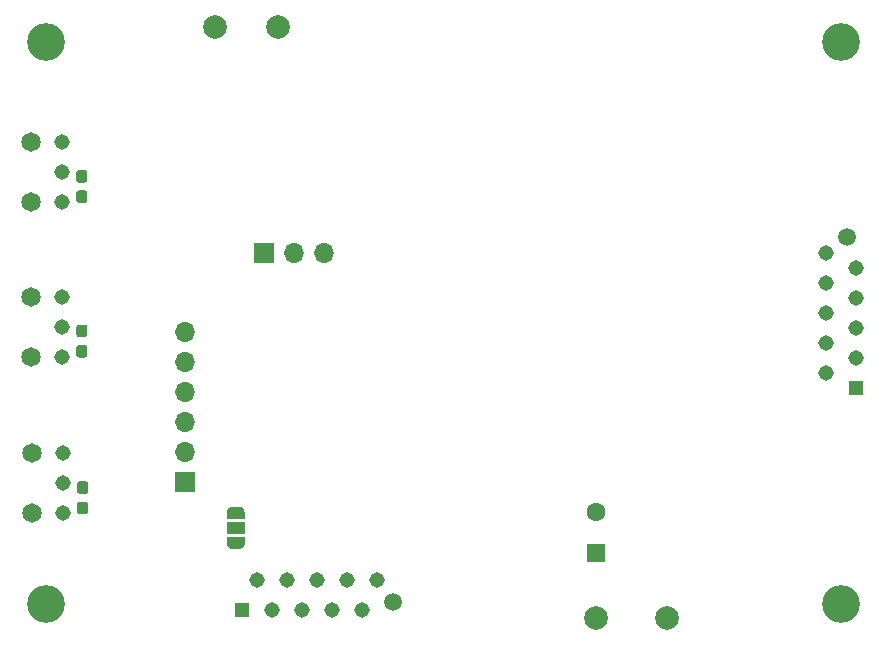
<source format=gbr>
G04 #@! TF.GenerationSoftware,KiCad,Pcbnew,(5.1.10-0-10_14)*
G04 #@! TF.CreationDate,2021-10-25T19:36:00+02:00*
G04 #@! TF.ProjectId,spdif_recv_cs,73706469-665f-4726-9563-765f63732e6b,rev?*
G04 #@! TF.SameCoordinates,Original*
G04 #@! TF.FileFunction,Soldermask,Bot*
G04 #@! TF.FilePolarity,Negative*
%FSLAX46Y46*%
G04 Gerber Fmt 4.6, Leading zero omitted, Abs format (unit mm)*
G04 Created by KiCad (PCBNEW (5.1.10-0-10_14)) date 2021-10-25 19:36:00*
%MOMM*%
%LPD*%
G01*
G04 APERTURE LIST*
%ADD10C,1.308000*%
%ADD11C,1.650000*%
%ADD12C,2.000000*%
%ADD13R,1.308000X1.308000*%
%ADD14C,1.500000*%
%ADD15O,1.700000X1.700000*%
%ADD16R,1.700000X1.700000*%
%ADD17C,0.100000*%
%ADD18R,1.500000X1.000000*%
%ADD19C,1.600000*%
%ADD20R,1.600000X1.600000*%
%ADD21C,3.200000*%
G04 APERTURE END LIST*
D10*
X115088500Y-96393000D03*
X115088500Y-98933000D03*
X115088500Y-101473000D03*
D11*
X112458500Y-101473000D03*
X112458500Y-96393000D03*
D10*
X115025000Y-83185000D03*
X115025000Y-85725000D03*
X115025000Y-88265000D03*
D11*
X112395000Y-88265000D03*
X112395000Y-83185000D03*
D10*
X115025000Y-70104000D03*
X115025000Y-72644000D03*
X115025000Y-75184000D03*
D11*
X112395000Y-75184000D03*
X112395000Y-70104000D03*
G36*
G01*
X116539000Y-100528000D02*
X117014000Y-100528000D01*
G75*
G02*
X117251500Y-100765500I0J-237500D01*
G01*
X117251500Y-101365500D01*
G75*
G02*
X117014000Y-101603000I-237500J0D01*
G01*
X116539000Y-101603000D01*
G75*
G02*
X116301500Y-101365500I0J237500D01*
G01*
X116301500Y-100765500D01*
G75*
G02*
X116539000Y-100528000I237500J0D01*
G01*
G37*
G36*
G01*
X116539000Y-98803000D02*
X117014000Y-98803000D01*
G75*
G02*
X117251500Y-99040500I0J-237500D01*
G01*
X117251500Y-99640500D01*
G75*
G02*
X117014000Y-99878000I-237500J0D01*
G01*
X116539000Y-99878000D01*
G75*
G02*
X116301500Y-99640500I0J237500D01*
G01*
X116301500Y-99040500D01*
G75*
G02*
X116539000Y-98803000I237500J0D01*
G01*
G37*
G36*
G01*
X116475500Y-87256500D02*
X116950500Y-87256500D01*
G75*
G02*
X117188000Y-87494000I0J-237500D01*
G01*
X117188000Y-88094000D01*
G75*
G02*
X116950500Y-88331500I-237500J0D01*
G01*
X116475500Y-88331500D01*
G75*
G02*
X116238000Y-88094000I0J237500D01*
G01*
X116238000Y-87494000D01*
G75*
G02*
X116475500Y-87256500I237500J0D01*
G01*
G37*
G36*
G01*
X116475500Y-85531500D02*
X116950500Y-85531500D01*
G75*
G02*
X117188000Y-85769000I0J-237500D01*
G01*
X117188000Y-86369000D01*
G75*
G02*
X116950500Y-86606500I-237500J0D01*
G01*
X116475500Y-86606500D01*
G75*
G02*
X116238000Y-86369000I0J237500D01*
G01*
X116238000Y-85769000D01*
G75*
G02*
X116475500Y-85531500I237500J0D01*
G01*
G37*
G36*
G01*
X116475500Y-74175500D02*
X116950500Y-74175500D01*
G75*
G02*
X117188000Y-74413000I0J-237500D01*
G01*
X117188000Y-75013000D01*
G75*
G02*
X116950500Y-75250500I-237500J0D01*
G01*
X116475500Y-75250500D01*
G75*
G02*
X116238000Y-75013000I0J237500D01*
G01*
X116238000Y-74413000D01*
G75*
G02*
X116475500Y-74175500I237500J0D01*
G01*
G37*
G36*
G01*
X116475500Y-72450500D02*
X116950500Y-72450500D01*
G75*
G02*
X117188000Y-72688000I0J-237500D01*
G01*
X117188000Y-73288000D01*
G75*
G02*
X116950500Y-73525500I-237500J0D01*
G01*
X116475500Y-73525500D01*
G75*
G02*
X116238000Y-73288000I0J237500D01*
G01*
X116238000Y-72688000D01*
G75*
G02*
X116475500Y-72450500I237500J0D01*
G01*
G37*
D12*
X127952500Y-60325000D03*
X133350000Y-60325000D03*
D13*
X130238500Y-109728000D03*
D10*
X131508500Y-107188000D03*
X132778500Y-109728000D03*
X134048500Y-107188000D03*
X135318500Y-109728000D03*
X136588500Y-107188000D03*
X137858500Y-109728000D03*
X139128500Y-107188000D03*
X140398500Y-109728000D03*
X141668500Y-107188000D03*
D14*
X143068500Y-108988000D03*
D13*
X182223000Y-90935000D03*
D10*
X179683000Y-89665000D03*
X182223000Y-88395000D03*
X179683000Y-87125000D03*
X182223000Y-85855000D03*
X179683000Y-84585000D03*
X182223000Y-83315000D03*
X179683000Y-82045000D03*
X182223000Y-80775000D03*
X179683000Y-79505000D03*
D14*
X181483000Y-78105000D03*
D15*
X137223500Y-79438500D03*
X134683500Y-79438500D03*
D16*
X132143500Y-79438500D03*
D17*
G36*
X130493200Y-103488400D02*
G01*
X130493200Y-104038400D01*
X130492598Y-104038400D01*
X130492598Y-104062934D01*
X130487788Y-104111765D01*
X130478216Y-104159890D01*
X130463972Y-104206845D01*
X130445195Y-104252178D01*
X130422064Y-104295451D01*
X130394804Y-104336250D01*
X130363676Y-104374179D01*
X130328979Y-104408876D01*
X130291050Y-104440004D01*
X130250251Y-104467264D01*
X130206978Y-104490395D01*
X130161645Y-104509172D01*
X130114690Y-104523416D01*
X130066565Y-104532988D01*
X130017734Y-104537798D01*
X129993200Y-104537798D01*
X129993200Y-104538400D01*
X129493200Y-104538400D01*
X129493200Y-104537798D01*
X129468666Y-104537798D01*
X129419835Y-104532988D01*
X129371710Y-104523416D01*
X129324755Y-104509172D01*
X129279422Y-104490395D01*
X129236149Y-104467264D01*
X129195350Y-104440004D01*
X129157421Y-104408876D01*
X129122724Y-104374179D01*
X129091596Y-104336250D01*
X129064336Y-104295451D01*
X129041205Y-104252178D01*
X129022428Y-104206845D01*
X129008184Y-104159890D01*
X128998612Y-104111765D01*
X128993802Y-104062934D01*
X128993802Y-104038400D01*
X128993200Y-104038400D01*
X128993200Y-103488400D01*
X130493200Y-103488400D01*
G37*
D18*
X129743200Y-102738400D03*
D17*
G36*
X128993802Y-101438400D02*
G01*
X128993802Y-101413866D01*
X128998612Y-101365035D01*
X129008184Y-101316910D01*
X129022428Y-101269955D01*
X129041205Y-101224622D01*
X129064336Y-101181349D01*
X129091596Y-101140550D01*
X129122724Y-101102621D01*
X129157421Y-101067924D01*
X129195350Y-101036796D01*
X129236149Y-101009536D01*
X129279422Y-100986405D01*
X129324755Y-100967628D01*
X129371710Y-100953384D01*
X129419835Y-100943812D01*
X129468666Y-100939002D01*
X129493200Y-100939002D01*
X129493200Y-100938400D01*
X129993200Y-100938400D01*
X129993200Y-100939002D01*
X130017734Y-100939002D01*
X130066565Y-100943812D01*
X130114690Y-100953384D01*
X130161645Y-100967628D01*
X130206978Y-100986405D01*
X130250251Y-101009536D01*
X130291050Y-101036796D01*
X130328979Y-101067924D01*
X130363676Y-101102621D01*
X130394804Y-101140550D01*
X130422064Y-101181349D01*
X130445195Y-101224622D01*
X130463972Y-101269955D01*
X130478216Y-101316910D01*
X130487788Y-101365035D01*
X130492598Y-101413866D01*
X130492598Y-101438400D01*
X130493200Y-101438400D01*
X130493200Y-101988400D01*
X128993200Y-101988400D01*
X128993200Y-101438400D01*
X128993802Y-101438400D01*
G37*
D12*
X166243000Y-110363000D03*
X160210500Y-110363000D03*
D19*
X160210500Y-101402000D03*
D20*
X160210500Y-104902000D03*
D15*
X125476000Y-86156800D03*
X125476000Y-88696800D03*
X125476000Y-91236800D03*
X125476000Y-93776800D03*
X125476000Y-96316800D03*
D16*
X125476000Y-98856800D03*
D21*
X113665000Y-109220000D03*
X180975000Y-109220000D03*
X180975000Y-61595000D03*
X113665000Y-61595000D03*
M02*

</source>
